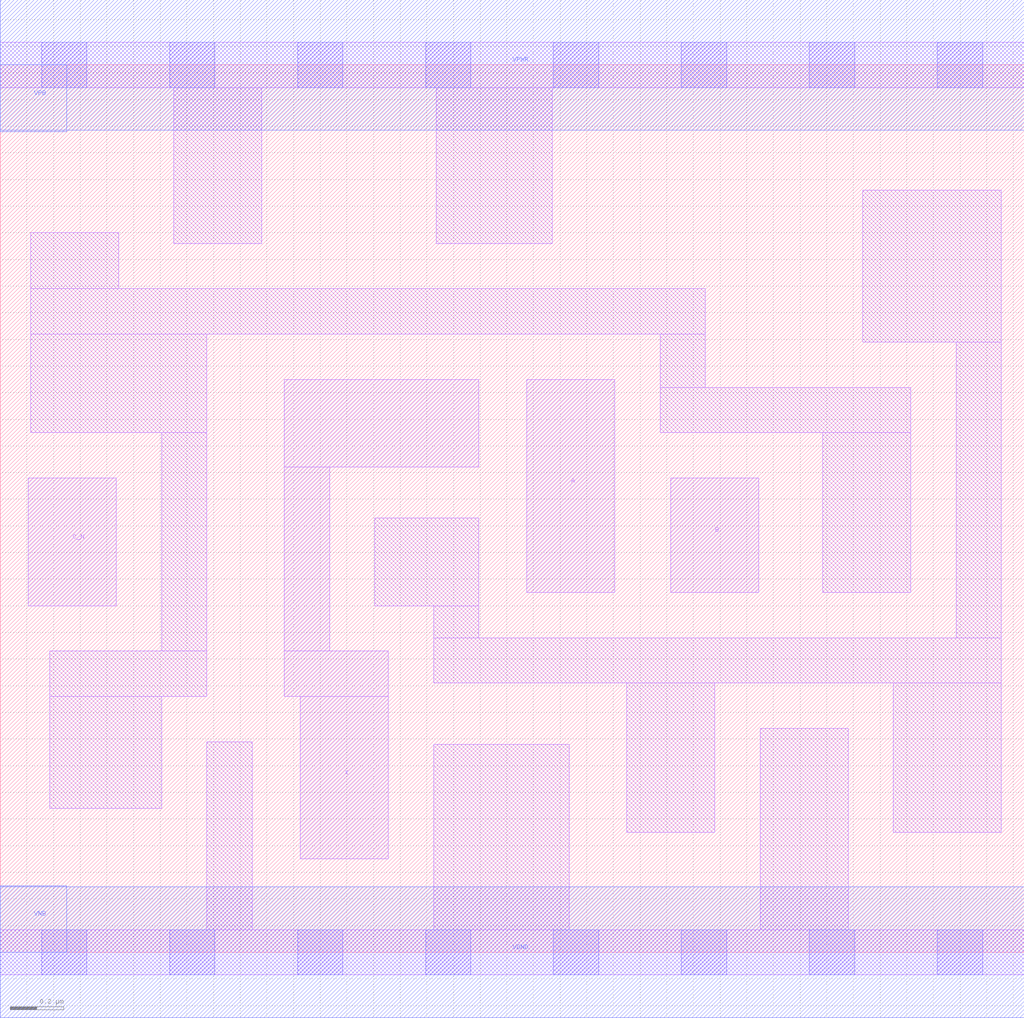
<source format=lef>
# Copyright 2020 The SkyWater PDK Authors
#
# Licensed under the Apache License, Version 2.0 (the "License");
# you may not use this file except in compliance with the License.
# You may obtain a copy of the License at
#
#     https://www.apache.org/licenses/LICENSE-2.0
#
# Unless required by applicable law or agreed to in writing, software
# distributed under the License is distributed on an "AS IS" BASIS,
# WITHOUT WARRANTIES OR CONDITIONS OF ANY KIND, either express or implied.
# See the License for the specific language governing permissions and
# limitations under the License.
#
# SPDX-License-Identifier: Apache-2.0

VERSION 5.5 ;
NAMESCASESENSITIVE ON ;
BUSBITCHARS "[]" ;
DIVIDERCHAR "/" ;
MACRO sky130_fd_sc_hs__or3b_2
  CLASS CORE ;
  SOURCE USER ;
  ORIGIN  0.000000  0.000000 ;
  SIZE  3.840000 BY  3.330000 ;
  SYMMETRY X Y ;
  SITE unit ;
  PIN A
    ANTENNAGATEAREA  0.246000 ;
    DIRECTION INPUT ;
    USE SIGNAL ;
    PORT
      LAYER li1 ;
        RECT 1.975000 1.350000 2.305000 2.150000 ;
    END
  END A
  PIN B
    ANTENNAGATEAREA  0.246000 ;
    DIRECTION INPUT ;
    USE SIGNAL ;
    PORT
      LAYER li1 ;
        RECT 2.515000 1.350000 2.845000 1.780000 ;
    END
  END B
  PIN C_N
    ANTENNAGATEAREA  0.208000 ;
    DIRECTION INPUT ;
    USE SIGNAL ;
    PORT
      LAYER li1 ;
        RECT 0.105000 1.300000 0.435000 1.780000 ;
    END
  END C_N
  PIN X
    ANTENNADIFFAREA  0.543200 ;
    DIRECTION OUTPUT ;
    USE SIGNAL ;
    PORT
      LAYER li1 ;
        RECT 1.065000 0.960000 1.455000 1.130000 ;
        RECT 1.065000 1.130000 1.235000 1.820000 ;
        RECT 1.065000 1.820000 1.795000 2.150000 ;
        RECT 1.125000 0.350000 1.455000 0.960000 ;
    END
  END X
  PIN VGND
    DIRECTION INOUT ;
    USE GROUND ;
    PORT
      LAYER met1 ;
        RECT 0.000000 -0.245000 3.840000 0.245000 ;
    END
  END VGND
  PIN VNB
    DIRECTION INOUT ;
    USE GROUND ;
    PORT
      LAYER met1 ;
        RECT 0.000000 0.000000 0.250000 0.250000 ;
    END
  END VNB
  PIN VPB
    DIRECTION INOUT ;
    USE POWER ;
    PORT
      LAYER met1 ;
        RECT 0.000000 3.080000 0.250000 3.330000 ;
    END
  END VPB
  PIN VPWR
    DIRECTION INOUT ;
    USE POWER ;
    PORT
      LAYER met1 ;
        RECT 0.000000 3.085000 3.840000 3.575000 ;
    END
  END VPWR
  OBS
    LAYER li1 ;
      RECT 0.000000 -0.085000 3.840000 0.085000 ;
      RECT 0.000000  3.245000 3.840000 3.415000 ;
      RECT 0.115000  1.950000 0.775000 2.320000 ;
      RECT 0.115000  2.320000 2.645000 2.490000 ;
      RECT 0.115000  2.490000 0.445000 2.700000 ;
      RECT 0.185000  0.540000 0.605000 0.960000 ;
      RECT 0.185000  0.960000 0.775000 1.130000 ;
      RECT 0.605000  1.130000 0.775000 1.950000 ;
      RECT 0.650000  2.660000 0.980000 3.245000 ;
      RECT 0.775000  0.085000 0.945000 0.790000 ;
      RECT 1.405000  1.300000 1.795000 1.630000 ;
      RECT 1.625000  0.085000 2.135000 0.780000 ;
      RECT 1.625000  1.010000 3.755000 1.180000 ;
      RECT 1.625000  1.180000 1.795000 1.300000 ;
      RECT 1.635000  2.660000 2.070000 3.245000 ;
      RECT 2.350000  0.450000 2.680000 1.010000 ;
      RECT 2.475000  1.950000 3.415000 2.120000 ;
      RECT 2.475000  2.120000 2.645000 2.320000 ;
      RECT 2.850000  0.085000 3.180000 0.840000 ;
      RECT 3.085000  1.350000 3.415000 1.950000 ;
      RECT 3.235000  2.290000 3.755000 2.860000 ;
      RECT 3.350000  0.450000 3.755000 1.010000 ;
      RECT 3.585000  1.180000 3.755000 2.290000 ;
    LAYER mcon ;
      RECT 0.155000 -0.085000 0.325000 0.085000 ;
      RECT 0.155000  3.245000 0.325000 3.415000 ;
      RECT 0.635000 -0.085000 0.805000 0.085000 ;
      RECT 0.635000  3.245000 0.805000 3.415000 ;
      RECT 1.115000 -0.085000 1.285000 0.085000 ;
      RECT 1.115000  3.245000 1.285000 3.415000 ;
      RECT 1.595000 -0.085000 1.765000 0.085000 ;
      RECT 1.595000  3.245000 1.765000 3.415000 ;
      RECT 2.075000 -0.085000 2.245000 0.085000 ;
      RECT 2.075000  3.245000 2.245000 3.415000 ;
      RECT 2.555000 -0.085000 2.725000 0.085000 ;
      RECT 2.555000  3.245000 2.725000 3.415000 ;
      RECT 3.035000 -0.085000 3.205000 0.085000 ;
      RECT 3.035000  3.245000 3.205000 3.415000 ;
      RECT 3.515000 -0.085000 3.685000 0.085000 ;
      RECT 3.515000  3.245000 3.685000 3.415000 ;
  END
END sky130_fd_sc_hs__or3b_2

</source>
